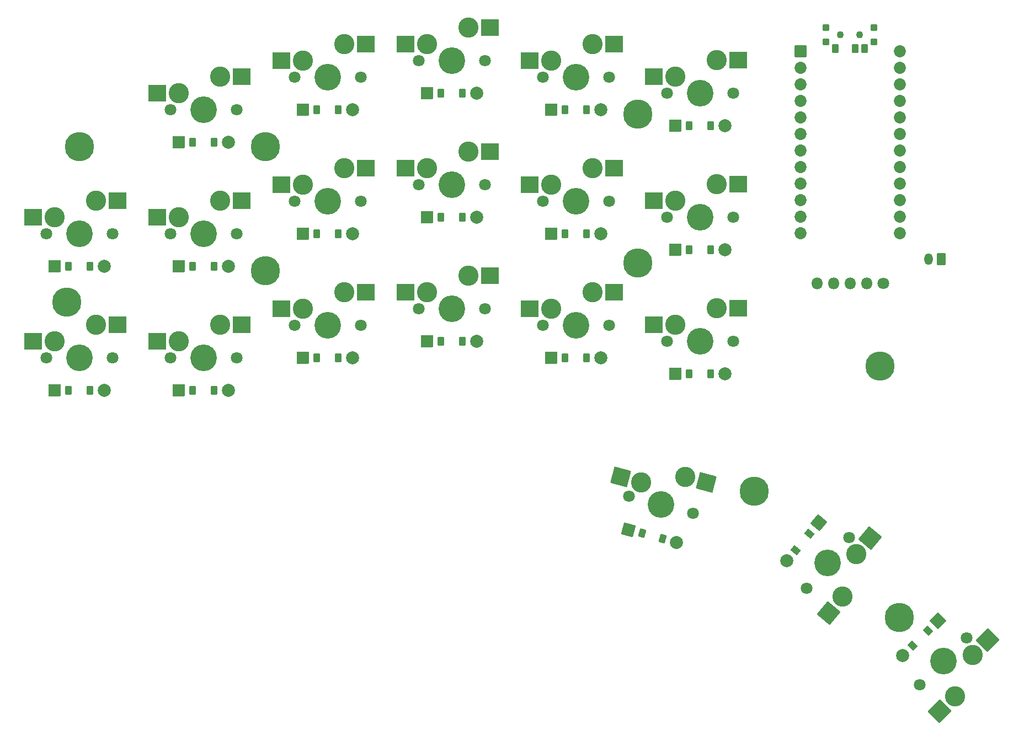
<source format=gbr>
%TF.GenerationSoftware,KiCad,Pcbnew,9.0.7*%
%TF.CreationDate,2026-02-06T22:36:50+02:00*%
%TF.ProjectId,juubo_left_finished,6a757562-6f5f-46c6-9566-745f66696e69,v1.0.0*%
%TF.SameCoordinates,Original*%
%TF.FileFunction,Soldermask,Bot*%
%TF.FilePolarity,Negative*%
%FSLAX46Y46*%
G04 Gerber Fmt 4.6, Leading zero omitted, Abs format (unit mm)*
G04 Created by KiCad (PCBNEW 9.0.7) date 2026-02-06 22:36:50*
%MOMM*%
%LPD*%
G01*
G04 APERTURE LIST*
G04 Aperture macros list*
%AMRoundRect*
0 Rectangle with rounded corners*
0 $1 Rounding radius*
0 $2 $3 $4 $5 $6 $7 $8 $9 X,Y pos of 4 corners*
0 Add a 4 corners polygon primitive as box body*
4,1,4,$2,$3,$4,$5,$6,$7,$8,$9,$2,$3,0*
0 Add four circle primitives for the rounded corners*
1,1,$1+$1,$2,$3*
1,1,$1+$1,$4,$5*
1,1,$1+$1,$6,$7*
1,1,$1+$1,$8,$9*
0 Add four rect primitives between the rounded corners*
20,1,$1+$1,$2,$3,$4,$5,0*
20,1,$1+$1,$4,$5,$6,$7,0*
20,1,$1+$1,$6,$7,$8,$9,0*
20,1,$1+$1,$8,$9,$2,$3,0*%
G04 Aperture macros list end*
%ADD10RoundRect,0.050000X-0.450000X-0.450000X0.450000X-0.450000X0.450000X0.450000X-0.450000X0.450000X0*%
%ADD11C,1.100000*%
%ADD12RoundRect,0.050000X-0.450000X-0.625000X0.450000X-0.625000X0.450000X0.625000X-0.450000X0.625000X0*%
%ADD13RoundRect,0.050000X-0.889000X-0.889000X0.889000X-0.889000X0.889000X0.889000X-0.889000X0.889000X0*%
%ADD14RoundRect,0.050000X-0.450000X-0.600000X0.450000X-0.600000X0.450000X0.600000X-0.450000X0.600000X0*%
%ADD15C,2.005000*%
%ADD16C,0.800000*%
%ADD17C,4.500000*%
%ADD18C,1.801800*%
%ADD19C,3.100000*%
%ADD20C,4.087800*%
%ADD21RoundRect,0.050000X-1.275000X-1.250000X1.275000X-1.250000X1.275000X1.250000X-1.275000X1.250000X0*%
%ADD22RoundRect,0.050000X0.600000X0.850000X-0.600000X0.850000X-0.600000X-0.850000X0.600000X-0.850000X0*%
%ADD23O,1.300000X1.800000*%
%ADD24RoundRect,0.050000X-1.555079X-0.877413X0.908032X-1.537402X1.555079X0.877413X-0.908032X1.537402X0*%
%ADD25RoundRect,0.050000X-0.876300X0.876300X-0.876300X-0.876300X0.876300X-0.876300X0.876300X0.876300X0*%
%ADD26C,1.852600*%
%ADD27RoundRect,0.050000X0.017678X1.785445X-1.785445X-0.017678X-0.017678X-1.785445X1.785445X0.017678X0*%
%ADD28RoundRect,0.050000X-1.088798X-0.628618X0.628618X-1.088798X1.088798X0.628618X-0.628618X1.088798X0*%
%ADD29RoundRect,0.050000X-0.589958X-0.463087X0.279375X-0.696024X0.589958X0.463087X-0.279375X0.696024X0*%
%ADD30O,1.800000X1.800000*%
%ADD31C,1.800000*%
%ADD32RoundRect,0.050000X-0.109575X1.252452X-1.252452X-0.109575X0.109575X-1.252452X1.252452X0.109575X0*%
%ADD33RoundRect,0.050000X-0.170372X0.730393X-0.748881X0.040953X0.170372X-0.730393X0.748881X-0.040953X0*%
%ADD34RoundRect,0.050000X-0.138001X1.780191X-1.777110X-0.173222X0.138001X-1.780191X1.777110X0.173222X0*%
%ADD35RoundRect,0.050000X0.000000X1.257236X-1.257236X0.000000X0.000000X-1.257236X1.257236X0.000000X0*%
%ADD36RoundRect,0.050000X-0.106066X0.742462X-0.742462X0.106066X0.106066X-0.742462X0.742462X-0.106066X0*%
G04 APERTURE END LIST*
D10*
%TO.C,T1*%
X214600000Y-49310500D03*
X214600000Y-51510500D03*
D11*
X216800000Y-50410500D03*
X219800000Y-50410500D03*
D10*
X222000000Y-49310500D03*
X222000000Y-51510500D03*
D12*
X216050000Y-52485500D03*
X219050000Y-52485500D03*
X220550000Y-52485500D03*
%TD*%
D13*
%TO.C,D1*%
X96190000Y-105000000D03*
D14*
X98350000Y-105000000D03*
X101650000Y-105000000D03*
D15*
X103810000Y-105000000D03*
%TD*%
D16*
%TO.C,_8*%
X184075000Y-85475000D03*
X184558274Y-84308274D03*
X184558274Y-86641726D03*
X185725000Y-83825000D03*
D17*
X185725000Y-85475000D03*
D16*
X185725000Y-87125000D03*
X186891726Y-84308274D03*
X186891726Y-86641726D03*
X187375000Y-85475000D03*
%TD*%
%TO.C,_9*%
X221222500Y-101310000D03*
X221705774Y-100143274D03*
X221705774Y-102476726D03*
X222872500Y-99660000D03*
D17*
X222872500Y-101310000D03*
D16*
X222872500Y-102960000D03*
X224039226Y-100143274D03*
X224039226Y-102476726D03*
X224522500Y-101310000D03*
%TD*%
%TO.C,_3*%
X126925000Y-67615000D03*
X127408274Y-66448274D03*
X127408274Y-68781726D03*
X128575000Y-65965000D03*
D17*
X128575000Y-67615000D03*
D16*
X128575000Y-69265000D03*
X129741726Y-66448274D03*
X129741726Y-68781726D03*
X130225000Y-67615000D03*
%TD*%
D18*
%TO.C,S5*%
X113970000Y-61900000D03*
D19*
X115240000Y-59360000D03*
D20*
X119050000Y-61900000D03*
D19*
X121590000Y-56820000D03*
D18*
X124130000Y-61900000D03*
D21*
X111965000Y-59360000D03*
X124892000Y-56820000D03*
%TD*%
D18*
%TO.C,S6*%
X133020000Y-95000000D03*
D19*
X134290000Y-92460000D03*
D20*
X138100000Y-95000000D03*
D19*
X140640000Y-89920000D03*
D18*
X143180000Y-95000000D03*
D21*
X131015000Y-92460000D03*
X143942000Y-89920000D03*
%TD*%
D18*
%TO.C,S8*%
X133020000Y-56900000D03*
D19*
X134290000Y-54360000D03*
D20*
X138100000Y-56900000D03*
D19*
X140640000Y-51820000D03*
D18*
X143180000Y-56900000D03*
D21*
X131015000Y-54360000D03*
X143942000Y-51820000D03*
%TD*%
D13*
%TO.C,D9*%
X153340000Y-97500000D03*
D14*
X155500000Y-97500000D03*
X158800000Y-97500000D03*
D15*
X160960000Y-97500000D03*
%TD*%
D22*
%TO.C,JST1*%
X232300000Y-84822500D03*
D23*
X230300000Y-84822500D03*
%TD*%
D18*
%TO.C,S18*%
X184343097Y-121235199D03*
D19*
X186227223Y-119110448D03*
D20*
X189250000Y-122550000D03*
D19*
X193018252Y-118300497D03*
D18*
X194156903Y-123864801D03*
D24*
X183063816Y-118262815D03*
X196207739Y-119155118D03*
%TD*%
D25*
%TO.C,MCU1*%
X210680000Y-52955000D03*
D26*
X210680000Y-55495000D03*
X210680000Y-58035000D03*
X210680000Y-60575000D03*
X210680000Y-63115000D03*
X210680000Y-65655000D03*
X210680000Y-68195000D03*
X210680000Y-70735000D03*
X210680000Y-73275000D03*
X210680000Y-75815000D03*
X210680000Y-78355000D03*
X210680000Y-80895000D03*
X225920000Y-52955000D03*
X225920000Y-55495000D03*
X225920000Y-58035000D03*
X225920000Y-60575000D03*
X225920000Y-63115000D03*
X225920000Y-65655000D03*
X225920000Y-68195000D03*
X225920000Y-70735000D03*
X225920000Y-73275000D03*
X225920000Y-75815000D03*
X225920000Y-78355000D03*
X225920000Y-80895000D03*
%TD*%
D18*
%TO.C,S20*%
X236197306Y-142998204D03*
D19*
X237095332Y-145692280D03*
D20*
X232605204Y-146590306D03*
D19*
X234401255Y-151978460D03*
D18*
X229013102Y-150182408D03*
D27*
X239411107Y-143376506D03*
X232066389Y-154313326D03*
%TD*%
D28*
%TO.C,D18*%
X184275728Y-126393527D03*
D29*
X186362127Y-126952579D03*
X189549683Y-127806679D03*
D15*
X191636082Y-128365731D03*
%TD*%
D18*
%TO.C,S11*%
X152070000Y-54400000D03*
D19*
X153340000Y-51860000D03*
D20*
X157150000Y-54400000D03*
D19*
X159690000Y-49320000D03*
D18*
X162230000Y-54400000D03*
D21*
X150065000Y-51860000D03*
X162992000Y-49320000D03*
%TD*%
D13*
%TO.C,D16*%
X191440000Y-83450000D03*
D14*
X193600000Y-83450000D03*
X196900000Y-83450000D03*
D15*
X199060000Y-83450000D03*
%TD*%
D13*
%TO.C,D13*%
X172390000Y-80950000D03*
D14*
X174550000Y-80950000D03*
X177850000Y-80950000D03*
D15*
X180010000Y-80950000D03*
%TD*%
D13*
%TO.C,D6*%
X134290000Y-100000000D03*
D14*
X136450000Y-100000000D03*
X139750000Y-100000000D03*
D15*
X141910000Y-100000000D03*
%TD*%
D13*
%TO.C,D15*%
X191440000Y-102500000D03*
D14*
X193600000Y-102500000D03*
X196900000Y-102500000D03*
D15*
X199060000Y-102500000D03*
%TD*%
D18*
%TO.C,S9*%
X152070000Y-92500000D03*
D19*
X153340000Y-89960000D03*
D20*
X157150000Y-92500000D03*
D19*
X159690000Y-87420000D03*
D18*
X162230000Y-92500000D03*
D21*
X150065000Y-89960000D03*
X162992000Y-87420000D03*
%TD*%
D13*
%TO.C,D7*%
X134290000Y-80950000D03*
D14*
X136450000Y-80950000D03*
X139750000Y-80950000D03*
D15*
X141910000Y-80950000D03*
%TD*%
D13*
%TO.C,D17*%
X191440000Y-64400000D03*
D14*
X193600000Y-64400000D03*
X196900000Y-64400000D03*
D15*
X199060000Y-64400000D03*
%TD*%
D18*
%TO.C,S15*%
X190170000Y-97500000D03*
D19*
X191440000Y-94960000D03*
D20*
X195250000Y-97500000D03*
D19*
X197790000Y-92420000D03*
D18*
X200330000Y-97500000D03*
D21*
X188165000Y-94960000D03*
X201092000Y-92420000D03*
%TD*%
D13*
%TO.C,D12*%
X172390000Y-100000000D03*
D14*
X174550000Y-100000000D03*
X177850000Y-100000000D03*
D15*
X180010000Y-100000000D03*
%TD*%
D30*
%TO.C,DISP1*%
X213220000Y-88625000D03*
X215760000Y-88625000D03*
X218300000Y-88625000D03*
X220840000Y-88625000D03*
D31*
X223380000Y-88625000D03*
%TD*%
D16*
%TO.C,_5*%
X126925000Y-86665000D03*
X127408274Y-85498274D03*
X127408274Y-87831726D03*
X128575000Y-85015000D03*
D17*
X128575000Y-86665000D03*
D16*
X128575000Y-88315000D03*
X129741726Y-85498274D03*
X129741726Y-87831726D03*
X130225000Y-86665000D03*
%TD*%
D18*
%TO.C,S16*%
X190170000Y-78450000D03*
D19*
X191440000Y-75910000D03*
D20*
X195250000Y-78450000D03*
D19*
X197790000Y-73370000D03*
D18*
X200330000Y-78450000D03*
D21*
X188165000Y-75910000D03*
X201092000Y-73370000D03*
%TD*%
D18*
%TO.C,S7*%
X133020000Y-75950000D03*
D19*
X134290000Y-73410000D03*
D20*
X138100000Y-75950000D03*
D19*
X140640000Y-70870000D03*
D18*
X143180000Y-75950000D03*
D21*
X131015000Y-73410000D03*
X143942000Y-70870000D03*
%TD*%
D13*
%TO.C,D10*%
X153340000Y-78450000D03*
D14*
X155500000Y-78450000D03*
X158800000Y-78450000D03*
D15*
X160960000Y-78450000D03*
%TD*%
D13*
%TO.C,D2*%
X96190000Y-85950000D03*
D14*
X98350000Y-85950000D03*
X101650000Y-85950000D03*
D15*
X103810000Y-85950000D03*
%TD*%
D16*
%TO.C,_6*%
X202015994Y-120054036D03*
X202784772Y-119052144D03*
X202180830Y-121306086D03*
X204036822Y-118887308D03*
D17*
X203609772Y-120481086D03*
D16*
X203182722Y-122074864D03*
X205038714Y-119656086D03*
X204434772Y-121910028D03*
X205203550Y-120908136D03*
%TD*%
D13*
%TO.C,D4*%
X115240000Y-85950000D03*
D14*
X117400000Y-85950000D03*
X120700000Y-85950000D03*
D15*
X122860000Y-85950000D03*
%TD*%
D13*
%TO.C,D3*%
X115240000Y-105000000D03*
D14*
X117400000Y-105000000D03*
X120700000Y-105000000D03*
D15*
X122860000Y-105000000D03*
%TD*%
D18*
%TO.C,S17*%
X190170000Y-59400000D03*
D19*
X191440000Y-56860000D03*
D20*
X195250000Y-59400000D03*
D19*
X197790000Y-54320000D03*
D18*
X200330000Y-59400000D03*
D21*
X188165000Y-56860000D03*
X201092000Y-54320000D03*
%TD*%
D18*
%TO.C,S1*%
X94920000Y-100000000D03*
D19*
X96190000Y-97460000D03*
D20*
X100000000Y-100000000D03*
D19*
X102540000Y-94920000D03*
D18*
X105080000Y-100000000D03*
D21*
X92915000Y-97460000D03*
X105842000Y-94920000D03*
%TD*%
D18*
%TO.C,S10*%
X152070000Y-73450000D03*
D19*
X153340000Y-70910000D03*
D20*
X157150000Y-73450000D03*
D19*
X159690000Y-68370000D03*
D18*
X162230000Y-73450000D03*
D21*
X150065000Y-70910000D03*
X162992000Y-68370000D03*
%TD*%
D16*
%TO.C,_1*%
X96445000Y-91427500D03*
X96928274Y-90260774D03*
X96928274Y-92594226D03*
X98095000Y-89777500D03*
D17*
X98095000Y-91427500D03*
D16*
X98095000Y-93077500D03*
X99261726Y-90260774D03*
X99261726Y-92594226D03*
X99745000Y-91427500D03*
%TD*%
%TO.C,_2*%
X98350000Y-67615000D03*
X98833274Y-66448274D03*
X98833274Y-68781726D03*
X100000000Y-65965000D03*
D17*
X100000000Y-67615000D03*
D16*
X100000000Y-69265000D03*
X101166726Y-66448274D03*
X101166726Y-68781726D03*
X101650000Y-67615000D03*
%TD*%
D18*
%TO.C,S2*%
X94920000Y-80950000D03*
D19*
X96190000Y-78410000D03*
D20*
X100000000Y-80950000D03*
D19*
X102540000Y-75870000D03*
D18*
X105080000Y-80950000D03*
D21*
X92915000Y-78410000D03*
X105842000Y-75870000D03*
%TD*%
D18*
%TO.C,S13*%
X171120000Y-75950000D03*
D19*
X172390000Y-73410000D03*
D20*
X176200000Y-75950000D03*
D19*
X178740000Y-70870000D03*
D18*
X181280000Y-75950000D03*
D21*
X169115000Y-73410000D03*
X182042000Y-70870000D03*
%TD*%
D16*
%TO.C,_7*%
X227036738Y-138688388D03*
X227520012Y-139855114D03*
X225870012Y-138205114D03*
X227036738Y-141021840D03*
D17*
X225870012Y-139855114D03*
D16*
X224703286Y-138688388D03*
X225870012Y-141505114D03*
X224220012Y-139855114D03*
X224703286Y-141021840D03*
%TD*%
D18*
%TO.C,S12*%
X171120000Y-95000000D03*
D19*
X172390000Y-92460000D03*
D20*
X176200000Y-95000000D03*
D19*
X178740000Y-89920000D03*
D18*
X181280000Y-95000000D03*
D21*
X169115000Y-92460000D03*
X182042000Y-89920000D03*
%TD*%
D32*
%TO.C,D19*%
X213479454Y-125350340D03*
D33*
X212091033Y-127004996D03*
X209969833Y-129532942D03*
D15*
X208581412Y-131187598D03*
%TD*%
D13*
%TO.C,D14*%
X172390000Y-61900000D03*
D14*
X174550000Y-61900000D03*
X177850000Y-61900000D03*
D15*
X180010000Y-61900000D03*
%TD*%
D13*
%TO.C,D5*%
X115240000Y-66900000D03*
D14*
X117400000Y-66900000D03*
X120700000Y-66900000D03*
D15*
X122860000Y-66900000D03*
%TD*%
D13*
%TO.C,D11*%
X153340000Y-59400000D03*
D14*
X155500000Y-59400000D03*
X158800000Y-59400000D03*
D15*
X160960000Y-59400000D03*
%TD*%
D18*
%TO.C,S19*%
X218126017Y-127591401D03*
D19*
X219255430Y-130196958D03*
D20*
X214860656Y-131482907D03*
D19*
X217119481Y-136694021D03*
D18*
X211595295Y-135374413D03*
D34*
X221360559Y-127688163D03*
X214996997Y-139223500D03*
%TD*%
D16*
%TO.C,_4*%
X184075000Y-62615000D03*
X184558274Y-61448274D03*
X184558274Y-63781726D03*
X185725000Y-60965000D03*
D17*
X185725000Y-62615000D03*
D16*
X185725000Y-64265000D03*
X186891726Y-61448274D03*
X186891726Y-63781726D03*
X187375000Y-62615000D03*
%TD*%
D13*
%TO.C,D8*%
X134290000Y-61900000D03*
D14*
X136450000Y-61900000D03*
X139750000Y-61900000D03*
D15*
X141910000Y-61900000D03*
%TD*%
D35*
%TO.C,D20*%
X231763747Y-140360695D03*
D36*
X230236396Y-141888046D03*
X227902944Y-144221498D03*
D15*
X226375593Y-145748849D03*
%TD*%
D18*
%TO.C,S3*%
X113970000Y-100000000D03*
D19*
X115240000Y-97460000D03*
D20*
X119050000Y-100000000D03*
D19*
X121590000Y-94920000D03*
D18*
X124130000Y-100000000D03*
D21*
X111965000Y-97460000D03*
X124892000Y-94920000D03*
%TD*%
D18*
%TO.C,S4*%
X113970000Y-80950000D03*
D19*
X115240000Y-78410000D03*
D20*
X119050000Y-80950000D03*
D19*
X121590000Y-75870000D03*
D18*
X124130000Y-80950000D03*
D21*
X111965000Y-78410000D03*
X124892000Y-75870000D03*
%TD*%
D18*
%TO.C,S14*%
X171120000Y-56900000D03*
D19*
X172390000Y-54360000D03*
D20*
X176200000Y-56900000D03*
D19*
X178740000Y-51820000D03*
D18*
X181280000Y-56900000D03*
D21*
X169115000Y-54360000D03*
X182042000Y-51820000D03*
%TD*%
M02*

</source>
